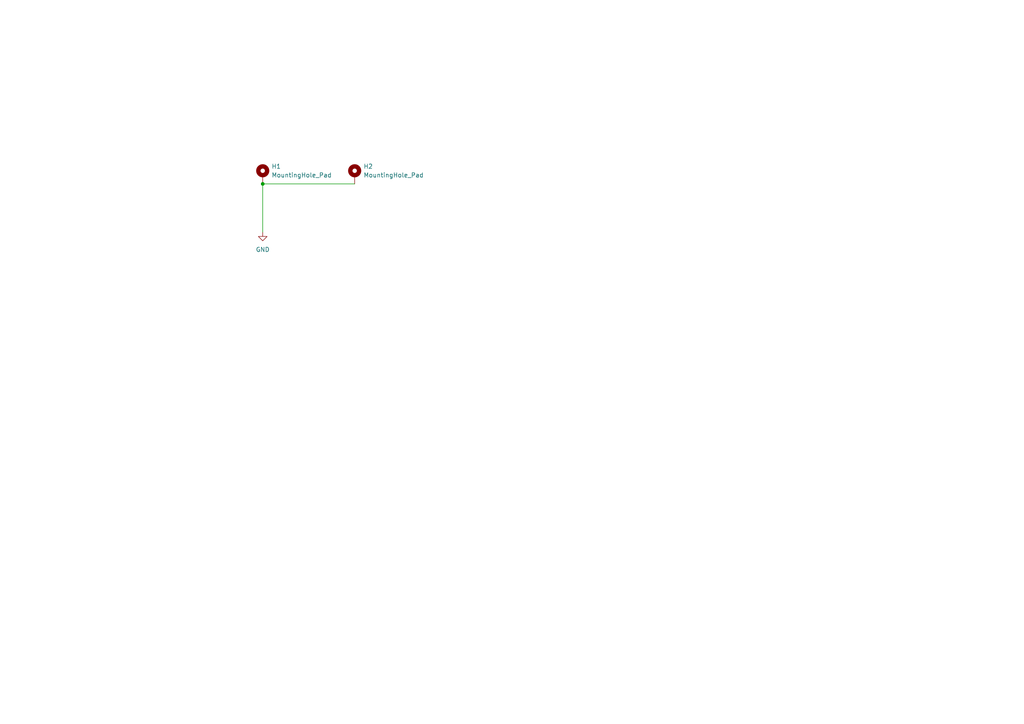
<source format=kicad_sch>
(kicad_sch (version 20211123) (generator eeschema)
  (paper "A4")
  (lib_symbols
    (symbol "Mechanical:MountingHole_Pad" (pin_numbers hide) (pin_names (offset 1.016) hide)
      (property "Reference" "H" (at 0 6.35 0))
      (property "Value" "MountingHole_Pad" (at 0 4.445 0))
      (symbol "MountingHole_Pad_0_1"
        (circle (center 0 1.27) (radius 1.27) (stroke (width 1.27)))
      )
      (symbol "MountingHole_Pad_1_1"
        (pin input line (at 0 -2.54 90) (length 2.54) (name "1") (number "1"))
      )
    )
    (symbol "power:GND" (power) (pin_names (offset 0))
      (property "Value" "GND" (at 0 -3.81 0))
      (symbol "GND_0_1"
        (polyline (pts (xy 0 0) (xy 0 -1.27) (xy 1.27 -1.27) (xy 0 -2.54) (xy -1.27 -1.27) (xy 0 -1.27)))
      )
      (symbol "GND_1_1"
        (pin power_in line (at 0 0 270) (length 0) hide (name "GND") (number "1"))
      )
    )
  )
  (junction (at 76.2 53.34))
  (wire (pts (xy 76.2 53.34) (xy 76.2 67.31)))
  (wire (pts (xy 76.2 53.34) (xy 102.87 53.34)))
  (symbol (lib_id "Mechanical:MountingHole_Pad") (at 76.2 50.8 0) (unit 1)
    (property "Reference" "H1" (at 78.74 48.2599 0) (effects (justify left)))
    (property "Value" "MountingHole_Pad" (at 78.74 50.7999 0) (effects (justify left)))
    (property "Footprint" "MountingHole:MountingHole_3.2mm_M3_DIN965_Pad" (effects hide))
  )
  (symbol (lib_id "Mechanical:MountingHole_Pad") (at 102.87 50.8 0) (unit 1)
    (property "Reference" "H2" (at 105.41 48.2599 0) (effects (justify left)))
    (property "Value" "MountingHole_Pad" (at 105.41 50.7999 0) (effects (justify left)))
    (property "Footprint" "MountingHole:MountingHole_3.2mm_M3_DIN965_Pad" (effects hide))
  )
  (symbol (lib_id "power:GND") (at 76.2 67.31 0) (unit 1)
    (property "Reference" "#PWR0101" (effects hide))
    (property "Value" "GND" (at 76.2 72.39 0))
  )
)
</source>
